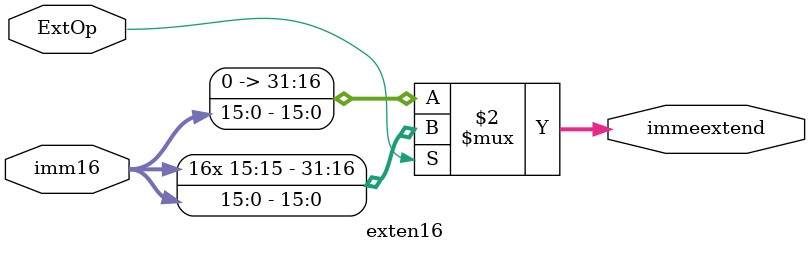
<source format=v>
`timescale 1ns / 1ps


module exten16(imm16,ExtOp,immeextend);
    input [15:0] imm16;
    input ExtOp;
    output wire [31:0]immeextend;
    assign immeextend = (ExtOp==1)?{{16{imm16[15]}},imm16}:{16'b0000000000000000,imm16} ;
endmodule

</source>
